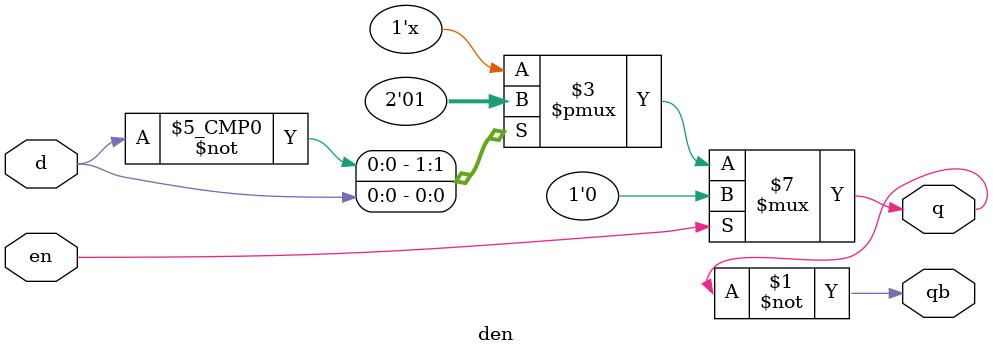
<source format=v>
module den(input d,en,output reg q,output qb);
assign qb=~q;
always @ (*)begin
if (en) begin
q<=0;
end
else
case({d})
1'b0:q<=1'b0;
1'b1:q<=1'b1;
endcase
end
endmodule

</source>
